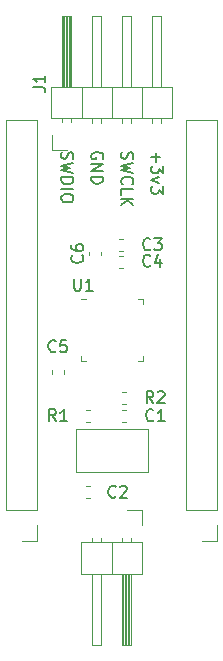
<source format=gbr>
G04 #@! TF.GenerationSoftware,KiCad,Pcbnew,5.0.0-rc3-6a2723a~65~ubuntu18.04.1*
G04 #@! TF.CreationDate,2018-07-16T03:01:28+02:00*
G04 #@! TF.ProjectId,securisam,73656375726973616D2E6B696361645F,rev?*
G04 #@! TF.SameCoordinates,Original*
G04 #@! TF.FileFunction,Legend,Top*
G04 #@! TF.FilePolarity,Positive*
%FSLAX46Y46*%
G04 Gerber Fmt 4.6, Leading zero omitted, Abs format (unit mm)*
G04 Created by KiCad (PCBNEW 5.0.0-rc3-6a2723a~65~ubuntu18.04.1) date Mon Jul 16 03:01:28 2018*
%MOMM*%
%LPD*%
G01*
G04 APERTURE LIST*
%ADD10C,0.150000*%
%ADD11C,0.120000*%
G04 APERTURE END LIST*
D10*
X112958571Y-95448714D02*
X112958571Y-96210619D01*
X112577619Y-95829666D02*
X113339523Y-95829666D01*
X113577619Y-96591571D02*
X113577619Y-97210619D01*
X113196666Y-96877285D01*
X113196666Y-97020142D01*
X113149047Y-97115380D01*
X113101428Y-97163000D01*
X113006190Y-97210619D01*
X112768095Y-97210619D01*
X112672857Y-97163000D01*
X112625238Y-97115380D01*
X112577619Y-97020142D01*
X112577619Y-96734428D01*
X112625238Y-96639190D01*
X112672857Y-96591571D01*
X113244285Y-97543952D02*
X112577619Y-97782047D01*
X113244285Y-98020142D01*
X113577619Y-98305857D02*
X113577619Y-98924904D01*
X113196666Y-98591571D01*
X113196666Y-98734428D01*
X113149047Y-98829666D01*
X113101428Y-98877285D01*
X113006190Y-98924904D01*
X112768095Y-98924904D01*
X112672857Y-98877285D01*
X112625238Y-98829666D01*
X112577619Y-98734428D01*
X112577619Y-98448714D01*
X112625238Y-98353476D01*
X112672857Y-98305857D01*
X110085238Y-95401095D02*
X110037619Y-95543952D01*
X110037619Y-95782047D01*
X110085238Y-95877285D01*
X110132857Y-95924904D01*
X110228095Y-95972523D01*
X110323333Y-95972523D01*
X110418571Y-95924904D01*
X110466190Y-95877285D01*
X110513809Y-95782047D01*
X110561428Y-95591571D01*
X110609047Y-95496333D01*
X110656666Y-95448714D01*
X110751904Y-95401095D01*
X110847142Y-95401095D01*
X110942380Y-95448714D01*
X110990000Y-95496333D01*
X111037619Y-95591571D01*
X111037619Y-95829666D01*
X110990000Y-95972523D01*
X111037619Y-96305857D02*
X110037619Y-96543952D01*
X110751904Y-96734428D01*
X110037619Y-96924904D01*
X111037619Y-97163000D01*
X110132857Y-98115380D02*
X110085238Y-98067761D01*
X110037619Y-97924904D01*
X110037619Y-97829666D01*
X110085238Y-97686809D01*
X110180476Y-97591571D01*
X110275714Y-97543952D01*
X110466190Y-97496333D01*
X110609047Y-97496333D01*
X110799523Y-97543952D01*
X110894761Y-97591571D01*
X110990000Y-97686809D01*
X111037619Y-97829666D01*
X111037619Y-97924904D01*
X110990000Y-98067761D01*
X110942380Y-98115380D01*
X110037619Y-99020142D02*
X110037619Y-98543952D01*
X111037619Y-98543952D01*
X110037619Y-99353476D02*
X111037619Y-99353476D01*
X110037619Y-99924904D02*
X110609047Y-99496333D01*
X111037619Y-99924904D02*
X110466190Y-99353476D01*
X108450000Y-95972523D02*
X108497619Y-95877285D01*
X108497619Y-95734428D01*
X108450000Y-95591570D01*
X108354761Y-95496332D01*
X108259523Y-95448713D01*
X108069047Y-95401094D01*
X107926190Y-95401094D01*
X107735714Y-95448713D01*
X107640476Y-95496332D01*
X107545238Y-95591570D01*
X107497619Y-95734428D01*
X107497619Y-95829666D01*
X107545238Y-95972523D01*
X107592857Y-96020142D01*
X107926190Y-96020142D01*
X107926190Y-95829666D01*
X107497619Y-96448713D02*
X108497619Y-96448713D01*
X107497619Y-97020142D01*
X108497619Y-97020142D01*
X107497619Y-97496332D02*
X108497619Y-97496332D01*
X108497619Y-97734428D01*
X108450000Y-97877285D01*
X108354761Y-97972523D01*
X108259523Y-98020142D01*
X108069047Y-98067761D01*
X107926190Y-98067761D01*
X107735714Y-98020142D01*
X107640476Y-97972523D01*
X107545238Y-97877285D01*
X107497619Y-97734428D01*
X107497619Y-97496332D01*
X105005238Y-95401095D02*
X104957619Y-95543952D01*
X104957619Y-95782047D01*
X105005238Y-95877285D01*
X105052857Y-95924904D01*
X105148095Y-95972523D01*
X105243333Y-95972523D01*
X105338571Y-95924904D01*
X105386190Y-95877285D01*
X105433809Y-95782047D01*
X105481428Y-95591571D01*
X105529047Y-95496333D01*
X105576666Y-95448714D01*
X105671904Y-95401095D01*
X105767142Y-95401095D01*
X105862380Y-95448714D01*
X105910000Y-95496333D01*
X105957619Y-95591571D01*
X105957619Y-95829666D01*
X105910000Y-95972523D01*
X105957619Y-96305857D02*
X104957619Y-96543952D01*
X105671904Y-96734428D01*
X104957619Y-96924904D01*
X105957619Y-97163000D01*
X104957619Y-97543952D02*
X105957619Y-97543952D01*
X105957619Y-97782047D01*
X105910000Y-97924904D01*
X105814761Y-98020143D01*
X105719523Y-98067762D01*
X105529047Y-98115381D01*
X105386190Y-98115381D01*
X105195714Y-98067762D01*
X105100476Y-98020143D01*
X105005238Y-97924904D01*
X104957619Y-97782047D01*
X104957619Y-97543952D01*
X104957619Y-98543952D02*
X105957619Y-98543952D01*
X105957619Y-99210619D02*
X105957619Y-99401095D01*
X105910000Y-99496333D01*
X105814761Y-99591571D01*
X105624285Y-99639190D01*
X105290952Y-99639190D01*
X105100476Y-99591571D01*
X105005238Y-99496333D01*
X104957619Y-99401095D01*
X104957619Y-99210619D01*
X105005238Y-99115381D01*
X105100476Y-99020143D01*
X105290952Y-98972523D01*
X105624285Y-98972523D01*
X105814761Y-99020143D01*
X105910000Y-99115381D01*
X105957619Y-99210619D01*
D11*
G04 #@! TO.C,J4*
X111820000Y-128440000D02*
X106620000Y-128440000D01*
X106620000Y-128440000D02*
X106620000Y-131100000D01*
X106620000Y-131100000D02*
X111820000Y-131100000D01*
X111820000Y-131100000D02*
X111820000Y-128440000D01*
X110870000Y-131100000D02*
X110870000Y-137100000D01*
X110870000Y-137100000D02*
X110110000Y-137100000D01*
X110110000Y-137100000D02*
X110110000Y-131100000D01*
X110810000Y-131100000D02*
X110810000Y-137100000D01*
X110690000Y-131100000D02*
X110690000Y-137100000D01*
X110570000Y-131100000D02*
X110570000Y-137100000D01*
X110450000Y-131100000D02*
X110450000Y-137100000D01*
X110330000Y-131100000D02*
X110330000Y-137100000D01*
X110210000Y-131100000D02*
X110210000Y-137100000D01*
X110870000Y-128110000D02*
X110870000Y-128440000D01*
X110110000Y-128110000D02*
X110110000Y-128440000D01*
X109220000Y-128440000D02*
X109220000Y-131100000D01*
X108330000Y-131100000D02*
X108330000Y-137100000D01*
X108330000Y-137100000D02*
X107570000Y-137100000D01*
X107570000Y-137100000D02*
X107570000Y-131100000D01*
X108330000Y-128042929D02*
X108330000Y-128440000D01*
X107570000Y-128042929D02*
X107570000Y-128440000D01*
X110490000Y-125730000D02*
X111760000Y-125730000D01*
X111760000Y-125730000D02*
X111760000Y-127000000D01*
G04 #@! TO.C,J1*
X104080000Y-92540000D02*
X114360000Y-92540000D01*
X114360000Y-92540000D02*
X114360000Y-89880000D01*
X114360000Y-89880000D02*
X104080000Y-89880000D01*
X104080000Y-89880000D02*
X104080000Y-92540000D01*
X105030000Y-89880000D02*
X105030000Y-83880000D01*
X105030000Y-83880000D02*
X105790000Y-83880000D01*
X105790000Y-83880000D02*
X105790000Y-89880000D01*
X105090000Y-89880000D02*
X105090000Y-83880000D01*
X105210000Y-89880000D02*
X105210000Y-83880000D01*
X105330000Y-89880000D02*
X105330000Y-83880000D01*
X105450000Y-89880000D02*
X105450000Y-83880000D01*
X105570000Y-89880000D02*
X105570000Y-83880000D01*
X105690000Y-89880000D02*
X105690000Y-83880000D01*
X105030000Y-92870000D02*
X105030000Y-92540000D01*
X105790000Y-92870000D02*
X105790000Y-92540000D01*
X106680000Y-92540000D02*
X106680000Y-89880000D01*
X107570000Y-89880000D02*
X107570000Y-83880000D01*
X107570000Y-83880000D02*
X108330000Y-83880000D01*
X108330000Y-83880000D02*
X108330000Y-89880000D01*
X107570000Y-92937071D02*
X107570000Y-92540000D01*
X108330000Y-92937071D02*
X108330000Y-92540000D01*
X109220000Y-92540000D02*
X109220000Y-89880000D01*
X110110000Y-89880000D02*
X110110000Y-83880000D01*
X110110000Y-83880000D02*
X110870000Y-83880000D01*
X110870000Y-83880000D02*
X110870000Y-89880000D01*
X110110000Y-92937071D02*
X110110000Y-92540000D01*
X110870000Y-92937071D02*
X110870000Y-92540000D01*
X111760000Y-92540000D02*
X111760000Y-89880000D01*
X112650000Y-89880000D02*
X112650000Y-83880000D01*
X112650000Y-83880000D02*
X113410000Y-83880000D01*
X113410000Y-83880000D02*
X113410000Y-89880000D01*
X112650000Y-92937071D02*
X112650000Y-92540000D01*
X113410000Y-92937071D02*
X113410000Y-92540000D01*
X105410000Y-95250000D02*
X104140000Y-95250000D01*
X104140000Y-95250000D02*
X104140000Y-93980000D01*
G04 #@! TO.C,SW1*
X112280000Y-122460000D02*
X106160000Y-122460000D01*
X106160000Y-122460000D02*
X106160000Y-118840000D01*
X106160000Y-118840000D02*
X112280000Y-118840000D01*
X112280000Y-118840000D02*
X112280000Y-122460000D01*
G04 #@! TO.C,C6*
X108284000Y-104157779D02*
X108284000Y-103832221D01*
X107264000Y-104157779D02*
X107264000Y-103832221D01*
G04 #@! TO.C,C5*
X104138000Y-114208779D02*
X104138000Y-113883221D01*
X105158000Y-114208779D02*
X105158000Y-113883221D01*
G04 #@! TO.C,C4*
X109861221Y-105230000D02*
X110186779Y-105230000D01*
X109861221Y-104210000D02*
X110186779Y-104210000D01*
G04 #@! TO.C,C3*
X109861221Y-102735000D02*
X110186779Y-102735000D01*
X109861221Y-103755000D02*
X110186779Y-103755000D01*
G04 #@! TO.C,C2*
X107350779Y-123696000D02*
X107025221Y-123696000D01*
X107350779Y-124716000D02*
X107025221Y-124716000D01*
G04 #@! TO.C,C1*
X110398779Y-118239000D02*
X110073221Y-118239000D01*
X110398779Y-117219000D02*
X110073221Y-117219000D01*
G04 #@! TO.C,J3*
X118170000Y-128330000D02*
X116840000Y-128330000D01*
X118170000Y-127000000D02*
X118170000Y-128330000D01*
X118170000Y-125730000D02*
X115510000Y-125730000D01*
X115510000Y-125730000D02*
X115510000Y-92650000D01*
X118170000Y-125730000D02*
X118170000Y-92650000D01*
X118170000Y-92650000D02*
X115510000Y-92650000D01*
G04 #@! TO.C,J2*
X102930000Y-92650000D02*
X100270000Y-92650000D01*
X102930000Y-125730000D02*
X102930000Y-92650000D01*
X100270000Y-125730000D02*
X100270000Y-92650000D01*
X102930000Y-125730000D02*
X100270000Y-125730000D01*
X102930000Y-127000000D02*
X102930000Y-128330000D01*
X102930000Y-128330000D02*
X101600000Y-128330000D01*
G04 #@! TO.C,U1*
X111840000Y-113110000D02*
X111840000Y-112690000D01*
X111840000Y-113110000D02*
X111420000Y-113110000D01*
X111840000Y-107870000D02*
X111840000Y-108290000D01*
X111840000Y-107870000D02*
X111420000Y-107870000D01*
X106600000Y-113110000D02*
X107020000Y-113110000D01*
X106600000Y-113110000D02*
X106600000Y-112690000D01*
X106600000Y-107870000D02*
X107020000Y-107870000D01*
G04 #@! TO.C,R2*
X110398779Y-115695000D02*
X110073221Y-115695000D01*
X110398779Y-116715000D02*
X110073221Y-116715000D01*
G04 #@! TO.C,R1*
X107350779Y-118239000D02*
X107025221Y-118239000D01*
X107350779Y-117219000D02*
X107025221Y-117219000D01*
G04 #@! TO.C,J1*
D10*
X102592380Y-89928333D02*
X103306666Y-89928333D01*
X103449523Y-89975952D01*
X103544761Y-90071190D01*
X103592380Y-90214047D01*
X103592380Y-90309285D01*
X103592380Y-88928333D02*
X103592380Y-89499761D01*
X103592380Y-89214047D02*
X102592380Y-89214047D01*
X102735238Y-89309285D01*
X102830476Y-89404523D01*
X102878095Y-89499761D01*
G04 #@! TO.C,C6*
X106701142Y-104161666D02*
X106748761Y-104209285D01*
X106796380Y-104352142D01*
X106796380Y-104447380D01*
X106748761Y-104590238D01*
X106653523Y-104685476D01*
X106558285Y-104733095D01*
X106367809Y-104780714D01*
X106224952Y-104780714D01*
X106034476Y-104733095D01*
X105939238Y-104685476D01*
X105844000Y-104590238D01*
X105796380Y-104447380D01*
X105796380Y-104352142D01*
X105844000Y-104209285D01*
X105891619Y-104161666D01*
X105796380Y-103304523D02*
X105796380Y-103495000D01*
X105844000Y-103590238D01*
X105891619Y-103637857D01*
X106034476Y-103733095D01*
X106224952Y-103780714D01*
X106605904Y-103780714D01*
X106701142Y-103733095D01*
X106748761Y-103685476D01*
X106796380Y-103590238D01*
X106796380Y-103399761D01*
X106748761Y-103304523D01*
X106701142Y-103256904D01*
X106605904Y-103209285D01*
X106367809Y-103209285D01*
X106272571Y-103256904D01*
X106224952Y-103304523D01*
X106177333Y-103399761D01*
X106177333Y-103590238D01*
X106224952Y-103685476D01*
X106272571Y-103733095D01*
X106367809Y-103780714D01*
G04 #@! TO.C,C5*
X104481333Y-112244142D02*
X104433714Y-112291761D01*
X104290857Y-112339380D01*
X104195619Y-112339380D01*
X104052761Y-112291761D01*
X103957523Y-112196523D01*
X103909904Y-112101285D01*
X103862285Y-111910809D01*
X103862285Y-111767952D01*
X103909904Y-111577476D01*
X103957523Y-111482238D01*
X104052761Y-111387000D01*
X104195619Y-111339380D01*
X104290857Y-111339380D01*
X104433714Y-111387000D01*
X104481333Y-111434619D01*
X105386095Y-111339380D02*
X104909904Y-111339380D01*
X104862285Y-111815571D01*
X104909904Y-111767952D01*
X105005142Y-111720333D01*
X105243238Y-111720333D01*
X105338476Y-111767952D01*
X105386095Y-111815571D01*
X105433714Y-111910809D01*
X105433714Y-112148904D01*
X105386095Y-112244142D01*
X105338476Y-112291761D01*
X105243238Y-112339380D01*
X105005142Y-112339380D01*
X104909904Y-112291761D01*
X104862285Y-112244142D01*
G04 #@! TO.C,C4*
X112482333Y-105005142D02*
X112434714Y-105052761D01*
X112291857Y-105100380D01*
X112196619Y-105100380D01*
X112053761Y-105052761D01*
X111958523Y-104957523D01*
X111910904Y-104862285D01*
X111863285Y-104671809D01*
X111863285Y-104528952D01*
X111910904Y-104338476D01*
X111958523Y-104243238D01*
X112053761Y-104148000D01*
X112196619Y-104100380D01*
X112291857Y-104100380D01*
X112434714Y-104148000D01*
X112482333Y-104195619D01*
X113339476Y-104433714D02*
X113339476Y-105100380D01*
X113101380Y-104052761D02*
X112863285Y-104767047D01*
X113482333Y-104767047D01*
G04 #@! TO.C,C3*
X112482333Y-103608142D02*
X112434714Y-103655761D01*
X112291857Y-103703380D01*
X112196619Y-103703380D01*
X112053761Y-103655761D01*
X111958523Y-103560523D01*
X111910904Y-103465285D01*
X111863285Y-103274809D01*
X111863285Y-103131952D01*
X111910904Y-102941476D01*
X111958523Y-102846238D01*
X112053761Y-102751000D01*
X112196619Y-102703380D01*
X112291857Y-102703380D01*
X112434714Y-102751000D01*
X112482333Y-102798619D01*
X112815666Y-102703380D02*
X113434714Y-102703380D01*
X113101380Y-103084333D01*
X113244238Y-103084333D01*
X113339476Y-103131952D01*
X113387095Y-103179571D01*
X113434714Y-103274809D01*
X113434714Y-103512904D01*
X113387095Y-103608142D01*
X113339476Y-103655761D01*
X113244238Y-103703380D01*
X112958523Y-103703380D01*
X112863285Y-103655761D01*
X112815666Y-103608142D01*
G04 #@! TO.C,C2*
X109561333Y-124563142D02*
X109513714Y-124610761D01*
X109370857Y-124658380D01*
X109275619Y-124658380D01*
X109132761Y-124610761D01*
X109037523Y-124515523D01*
X108989904Y-124420285D01*
X108942285Y-124229809D01*
X108942285Y-124086952D01*
X108989904Y-123896476D01*
X109037523Y-123801238D01*
X109132761Y-123706000D01*
X109275619Y-123658380D01*
X109370857Y-123658380D01*
X109513714Y-123706000D01*
X109561333Y-123753619D01*
X109942285Y-123753619D02*
X109989904Y-123706000D01*
X110085142Y-123658380D01*
X110323238Y-123658380D01*
X110418476Y-123706000D01*
X110466095Y-123753619D01*
X110513714Y-123848857D01*
X110513714Y-123944095D01*
X110466095Y-124086952D01*
X109894666Y-124658380D01*
X110513714Y-124658380D01*
G04 #@! TO.C,C1*
X112736333Y-118086142D02*
X112688714Y-118133761D01*
X112545857Y-118181380D01*
X112450619Y-118181380D01*
X112307761Y-118133761D01*
X112212523Y-118038523D01*
X112164904Y-117943285D01*
X112117285Y-117752809D01*
X112117285Y-117609952D01*
X112164904Y-117419476D01*
X112212523Y-117324238D01*
X112307761Y-117229000D01*
X112450619Y-117181380D01*
X112545857Y-117181380D01*
X112688714Y-117229000D01*
X112736333Y-117276619D01*
X113688714Y-118181380D02*
X113117285Y-118181380D01*
X113403000Y-118181380D02*
X113403000Y-117181380D01*
X113307761Y-117324238D01*
X113212523Y-117419476D01*
X113117285Y-117467095D01*
G04 #@! TO.C,U1*
X106045095Y-106132380D02*
X106045095Y-106941904D01*
X106092714Y-107037142D01*
X106140333Y-107084761D01*
X106235571Y-107132380D01*
X106426047Y-107132380D01*
X106521285Y-107084761D01*
X106568904Y-107037142D01*
X106616523Y-106941904D01*
X106616523Y-106132380D01*
X107616523Y-107132380D02*
X107045095Y-107132380D01*
X107330809Y-107132380D02*
X107330809Y-106132380D01*
X107235571Y-106275238D01*
X107140333Y-106370476D01*
X107045095Y-106418095D01*
G04 #@! TO.C,R2*
X112736333Y-116657380D02*
X112403000Y-116181190D01*
X112164904Y-116657380D02*
X112164904Y-115657380D01*
X112545857Y-115657380D01*
X112641095Y-115705000D01*
X112688714Y-115752619D01*
X112736333Y-115847857D01*
X112736333Y-115990714D01*
X112688714Y-116085952D01*
X112641095Y-116133571D01*
X112545857Y-116181190D01*
X112164904Y-116181190D01*
X113117285Y-115752619D02*
X113164904Y-115705000D01*
X113260142Y-115657380D01*
X113498238Y-115657380D01*
X113593476Y-115705000D01*
X113641095Y-115752619D01*
X113688714Y-115847857D01*
X113688714Y-115943095D01*
X113641095Y-116085952D01*
X113069666Y-116657380D01*
X113688714Y-116657380D01*
G04 #@! TO.C,R1*
X104481333Y-118181380D02*
X104148000Y-117705190D01*
X103909904Y-118181380D02*
X103909904Y-117181380D01*
X104290857Y-117181380D01*
X104386095Y-117229000D01*
X104433714Y-117276619D01*
X104481333Y-117371857D01*
X104481333Y-117514714D01*
X104433714Y-117609952D01*
X104386095Y-117657571D01*
X104290857Y-117705190D01*
X103909904Y-117705190D01*
X105433714Y-118181380D02*
X104862285Y-118181380D01*
X105148000Y-118181380D02*
X105148000Y-117181380D01*
X105052761Y-117324238D01*
X104957523Y-117419476D01*
X104862285Y-117467095D01*
G04 #@! TD*
M02*

</source>
